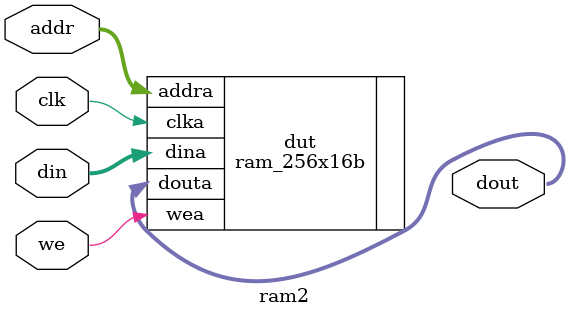
<source format=v>
`timescale 1ns / 1ps
module ram2(    
	 input clk,
    input we,
    input [7:0] addr,
    input [15:0] din,
    output [15:0] dout
    );
	 
	ram_256x16b dut (
  .clka(clk), // input clka
  .wea(we), // input [0 : 0] wea
  .addra(addr), // input [7 : 0] addra
  .dina(din), // input [15 : 0] dina
  .douta(dout) // output [15 : 0] douta
);


endmodule

</source>
